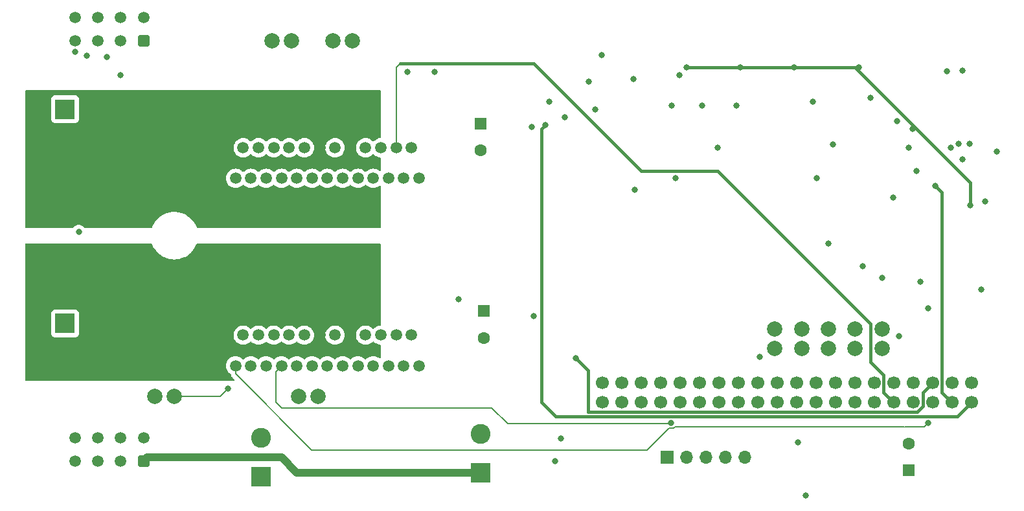
<source format=gbr>
%TF.GenerationSoftware,KiCad,Pcbnew,(6.0.0)*%
%TF.CreationDate,2022-01-20T20:45:04-08:00*%
%TF.ProjectId,dish-controller,64697368-2d63-46f6-9e74-726f6c6c6572,rev?*%
%TF.SameCoordinates,Original*%
%TF.FileFunction,Copper,L2,Inr*%
%TF.FilePolarity,Positive*%
%FSLAX46Y46*%
G04 Gerber Fmt 4.6, Leading zero omitted, Abs format (unit mm)*
G04 Created by KiCad (PCBNEW (6.0.0)) date 2022-01-20 20:45:04*
%MOMM*%
%LPD*%
G01*
G04 APERTURE LIST*
G04 Aperture macros list*
%AMRoundRect*
0 Rectangle with rounded corners*
0 $1 Rounding radius*
0 $2 $3 $4 $5 $6 $7 $8 $9 X,Y pos of 4 corners*
0 Add a 4 corners polygon primitive as box body*
4,1,4,$2,$3,$4,$5,$6,$7,$8,$9,$2,$3,0*
0 Add four circle primitives for the rounded corners*
1,1,$1+$1,$2,$3*
1,1,$1+$1,$4,$5*
1,1,$1+$1,$6,$7*
1,1,$1+$1,$8,$9*
0 Add four rect primitives between the rounded corners*
20,1,$1+$1,$2,$3,$4,$5,0*
20,1,$1+$1,$4,$5,$6,$7,0*
20,1,$1+$1,$6,$7,$8,$9,0*
20,1,$1+$1,$8,$9,$2,$3,0*%
G04 Aperture macros list end*
%TA.AperFunction,ComponentPad*%
%ADD10R,1.700000X1.700000*%
%TD*%
%TA.AperFunction,ComponentPad*%
%ADD11O,1.700000X1.700000*%
%TD*%
%TA.AperFunction,ComponentPad*%
%ADD12C,1.700000*%
%TD*%
%TA.AperFunction,ComponentPad*%
%ADD13C,1.500000*%
%TD*%
%TA.AperFunction,ComponentPad*%
%ADD14R,2.600000X2.600000*%
%TD*%
%TA.AperFunction,ComponentPad*%
%ADD15C,2.600000*%
%TD*%
%TA.AperFunction,ComponentPad*%
%ADD16RoundRect,0.250001X0.499999X0.499999X-0.499999X0.499999X-0.499999X-0.499999X0.499999X-0.499999X0*%
%TD*%
%TA.AperFunction,ComponentPad*%
%ADD17R,1.600000X1.600000*%
%TD*%
%TA.AperFunction,ComponentPad*%
%ADD18C,1.600000*%
%TD*%
%TA.AperFunction,ComponentPad*%
%ADD19C,2.000000*%
%TD*%
%TA.AperFunction,ViaPad*%
%ADD20C,0.800000*%
%TD*%
%TA.AperFunction,Conductor*%
%ADD21C,0.200000*%
%TD*%
%TA.AperFunction,Conductor*%
%ADD22C,0.400000*%
%TD*%
%TA.AperFunction,Conductor*%
%ADD23C,1.000000*%
%TD*%
G04 APERTURE END LIST*
D10*
%TO.N,+5V*%
%TO.C,J7*%
X105425000Y-104000000D03*
D11*
%TO.N,+3V3*%
X107965000Y-104000000D03*
%TO.N,/GPIO_2*%
X110505000Y-104000000D03*
%TO.N,/GPIO_3*%
X113045000Y-104000000D03*
%TO.N,GND*%
X115585000Y-104000000D03*
%TD*%
D12*
%TO.N,+3V3*%
%TO.C,U1*%
X96920000Y-94260000D03*
%TO.N,+5V*%
X96920000Y-96800000D03*
%TO.N,/GPIO_2*%
X99460000Y-94260000D03*
%TO.N,+5V*%
X99460000Y-96800000D03*
%TO.N,/GPIO_3*%
X102000000Y-94260000D03*
%TO.N,GND*%
X102000000Y-96800000D03*
%TO.N,/STB1*%
X104540000Y-94260000D03*
%TO.N,unconnected-(U1-Pad8)*%
X104540000Y-96800000D03*
%TO.N,GND*%
X107080000Y-94260000D03*
%TO.N,Net-(D3-Pad2)*%
X107080000Y-96800000D03*
%TO.N,/STB2*%
X109620000Y-94260000D03*
%TO.N,Net-(D4-Pad2)*%
X109620000Y-96800000D03*
%TO.N,/IN11*%
X112160000Y-94260000D03*
%TO.N,GND*%
X112160000Y-96800000D03*
%TO.N,/IN21*%
X114700000Y-94260000D03*
%TO.N,/EPWM1*%
X114700000Y-96800000D03*
%TO.N,unconnected-(U1-Pad17)*%
X117240000Y-94260000D03*
%TO.N,/EPWM2*%
X117240000Y-96800000D03*
%TO.N,/SDI*%
X119780000Y-94260000D03*
%TO.N,GND*%
X119780000Y-96800000D03*
%TO.N,/SDO*%
X122320000Y-94260000D03*
%TO.N,unconnected-(U1-Pad22)*%
X122320000Y-96800000D03*
%TO.N,/CLK*%
X124860000Y-94260000D03*
%TO.N,/~{CS}1*%
X124860000Y-96800000D03*
%TO.N,GND*%
X127400000Y-94260000D03*
%TO.N,/~{CS}2*%
X127400000Y-96800000D03*
%TO.N,unconnected-(U1-Pad27)*%
X129940000Y-94260000D03*
%TO.N,unconnected-(U1-Pad28)*%
X129940000Y-96800000D03*
%TO.N,/IN12*%
X132480000Y-94260000D03*
%TO.N,GND*%
X132480000Y-96800000D03*
%TO.N,/IN22*%
X135020000Y-94260000D03*
%TO.N,/PWM2*%
X135020000Y-96800000D03*
%TO.N,/A11*%
X137560000Y-94260000D03*
%TO.N,GND*%
X137560000Y-96800000D03*
%TO.N,/A21*%
X140100000Y-94260000D03*
%TO.N,/PWM1*%
X140100000Y-96800000D03*
%TO.N,/A12*%
X142640000Y-94260000D03*
%TO.N,/E_~{EN}*%
X142640000Y-96800000D03*
%TO.N,GND*%
X145180000Y-94260000D03*
%TO.N,/A22*%
X145180000Y-96800000D03*
%TD*%
D13*
%TO.N,/A12*%
%TO.C,U4*%
X49000000Y-67500000D03*
%TO.N,GND*%
X50000000Y-63500000D03*
X51000000Y-67500000D03*
X52000000Y-63500000D03*
X53000000Y-67500000D03*
%TO.N,+12V*%
X54000000Y-63500000D03*
%TO.N,/STB2*%
X55000000Y-67500000D03*
%TO.N,/IN12*%
X56000000Y-63500000D03*
%TO.N,/IN22*%
X57000000Y-67500000D03*
%TO.N,/EL-2*%
X58000000Y-63500000D03*
%TO.N,GND*%
X59000000Y-67500000D03*
%TO.N,/EL-1*%
X60000000Y-63500000D03*
%TO.N,GND*%
X61000000Y-67500000D03*
%TO.N,/EL-2*%
X62000000Y-63500000D03*
%TO.N,GND*%
X63000000Y-67500000D03*
%TO.N,/EL-1*%
X64000000Y-63500000D03*
%TO.N,GND*%
X65000000Y-67500000D03*
X66000000Y-63500000D03*
X67000000Y-67500000D03*
%TO.N,+12V*%
X68000000Y-63500000D03*
%TO.N,GND*%
X69000000Y-67500000D03*
%TO.N,/PWM2*%
X70000000Y-63500000D03*
%TO.N,Net-(R10-Pad2)*%
X71000000Y-67500000D03*
%TO.N,Net-(C5-Pad2)*%
X72000000Y-63500000D03*
%TO.N,/A22*%
X73000000Y-67500000D03*
%TD*%
%TO.N,/A11*%
%TO.C,U3*%
X49000000Y-92000000D03*
%TO.N,GND*%
X50000000Y-88000000D03*
X51000000Y-92000000D03*
X52000000Y-88000000D03*
X53000000Y-92000000D03*
%TO.N,+12V*%
X54000000Y-88000000D03*
%TO.N,/STB1*%
X55000000Y-92000000D03*
%TO.N,/IN11*%
X56000000Y-88000000D03*
%TO.N,/IN21*%
X57000000Y-92000000D03*
%TO.N,/AZ-2*%
X58000000Y-88000000D03*
%TO.N,GND*%
X59000000Y-92000000D03*
%TO.N,/AZ-1*%
X60000000Y-88000000D03*
%TO.N,GND*%
X61000000Y-92000000D03*
%TO.N,/AZ-2*%
X62000000Y-88000000D03*
%TO.N,GND*%
X63000000Y-92000000D03*
%TO.N,/AZ-1*%
X64000000Y-88000000D03*
%TO.N,GND*%
X65000000Y-92000000D03*
X66000000Y-88000000D03*
X67000000Y-92000000D03*
%TO.N,+12V*%
X68000000Y-88000000D03*
%TO.N,GND*%
X69000000Y-92000000D03*
%TO.N,/PWM1*%
X70000000Y-88000000D03*
%TO.N,Net-(R9-Pad2)*%
X71000000Y-92000000D03*
%TO.N,Net-(C4-Pad2)*%
X72000000Y-88000000D03*
%TO.N,/A21*%
X73000000Y-92000000D03*
%TD*%
D14*
%TO.N,/EL-2*%
%TO.C,J6*%
X26700000Y-58460000D03*
D15*
%TO.N,/EL-1*%
X26700000Y-63540000D03*
%TD*%
D14*
%TO.N,/AZ-2*%
%TO.C,J5*%
X26700000Y-86460000D03*
D15*
%TO.N,/AZ-1*%
X26700000Y-91540000D03*
%TD*%
D16*
%TO.N,+5V*%
%TO.C,J4*%
X37000000Y-49500000D03*
D13*
%TO.N,/SDI_OUT*%
X34000000Y-49500000D03*
%TO.N,/SDO_IN1*%
X31000000Y-49500000D03*
%TO.N,/CLK_OUT*%
X28000000Y-49500000D03*
%TO.N,/~{CS}1_OUT*%
X37000000Y-46500000D03*
%TO.N,/EPWM1_IN*%
X34000000Y-46500000D03*
%TO.N,GND*%
X31000000Y-46500000D03*
X28000000Y-46500000D03*
%TD*%
D16*
%TO.N,+5V*%
%TO.C,J3*%
X37000000Y-104460000D03*
D13*
%TO.N,/SDI_OUT*%
X34000000Y-104460000D03*
%TO.N,/SDO_IN2*%
X31000000Y-104460000D03*
%TO.N,/CLK_OUT*%
X28000000Y-104460000D03*
%TO.N,/~{CS}2_OUT*%
X37000000Y-101460000D03*
%TO.N,/EPWM2_IN*%
X34000000Y-101460000D03*
%TO.N,GND*%
X31000000Y-101460000D03*
X28000000Y-101460000D03*
%TD*%
D14*
%TO.N,+5V*%
%TO.C,J2*%
X81000000Y-106000000D03*
D15*
%TO.N,GND*%
X81000000Y-100920000D03*
%TD*%
D14*
%TO.N,+12V*%
%TO.C,J1*%
X52300000Y-106545000D03*
D15*
%TO.N,GND*%
X52300000Y-101465000D03*
%TD*%
D17*
%TO.N,+12V*%
%TO.C,C3*%
X81000000Y-60347349D03*
D18*
%TO.N,GND*%
X81000000Y-63847349D03*
%TD*%
D17*
%TO.N,+5V*%
%TO.C,C2*%
X137000000Y-105652651D03*
D18*
%TO.N,GND*%
X137000000Y-102152651D03*
%TD*%
%TO.N,GND*%
%TO.C,C1*%
X81500000Y-88347349D03*
D17*
%TO.N,+12V*%
X81500000Y-84847349D03*
%TD*%
D19*
%TO.N,/SDI*%
%TO.C,TP3*%
X119500000Y-89770000D03*
X119500000Y-87230000D03*
%TD*%
%TO.N,/IN11*%
%TO.C,TP1*%
X41000000Y-96000000D03*
X38460000Y-96000000D03*
%TD*%
%TO.N,/CLK*%
%TO.C,TP5*%
X126500000Y-89770000D03*
X126500000Y-87230000D03*
%TD*%
%TO.N,/~{CS}1*%
%TO.C,TP8*%
X130000000Y-89770000D03*
X130000000Y-87230000D03*
%TD*%
%TO.N,/IN21*%
%TO.C,TP2*%
X57230000Y-96000000D03*
X59770000Y-96000000D03*
%TD*%
%TO.N,/SDO*%
%TO.C,TP4*%
X123000000Y-89770000D03*
X123000000Y-87230000D03*
%TD*%
%TO.N,/IN22*%
%TO.C,TP7*%
X64270000Y-49500000D03*
X61730000Y-49500000D03*
%TD*%
%TO.N,/IN12*%
%TO.C,TP6*%
X56270000Y-49500000D03*
X53730000Y-49500000D03*
%TD*%
%TO.N,/~{CS}2*%
%TO.C,TP9*%
X133500000Y-89770000D03*
X133500000Y-87230000D03*
%TD*%
D20*
%TO.N,/PWM1*%
X91500000Y-101500000D03*
X88000000Y-85500000D03*
%TO.N,+12V*%
X122500000Y-102000000D03*
%TO.N,/EPWM2*%
X132000000Y-57000000D03*
%TO.N,/EPWM1*%
X124500000Y-57500000D03*
%TO.N,+12V*%
X123500002Y-109000000D03*
%TO.N,GND*%
X138500000Y-81000000D03*
X133500000Y-80500000D03*
X131000000Y-79000000D03*
X126500000Y-76000000D03*
X139500000Y-84500000D03*
X146500000Y-82000000D03*
X101000000Y-54500000D03*
X106000000Y-58000000D03*
X112000000Y-63500000D03*
%TO.N,+5V*%
X145050000Y-71050000D03*
%TO.N,GND*%
X138000000Y-66500000D03*
%TO.N,+5V*%
X137500000Y-61000000D03*
X115000000Y-53000000D03*
X122000000Y-53000000D03*
X130500000Y-53000000D03*
X108000000Y-53000000D03*
%TO.N,/E_~{EN}*%
X140500000Y-68500000D03*
%TO.N,GND*%
X90780634Y-104459297D03*
%TO.N,/A21*%
X93500000Y-91000000D03*
%TO.N,/STB1*%
X105965686Y-99448522D03*
%TO.N,/A11*%
X139500000Y-99500000D03*
%TO.N,GND*%
X127065332Y-63065332D03*
%TO.N,/A22*%
X89500000Y-60500000D03*
%TO.N,GND*%
X90000000Y-57500000D03*
X87684667Y-60815333D03*
%TO.N,Net-(C5-Pad2)*%
X71500000Y-53600990D03*
%TO.N,GND*%
X75000000Y-53600990D03*
%TO.N,/A12*%
X96878053Y-51378053D03*
%TO.N,/STB2*%
X92000000Y-59500000D03*
%TO.N,/IN22*%
X95179745Y-54820255D03*
%TO.N,/IN12*%
X106500000Y-67500000D03*
%TO.N,/IN22*%
X125000000Y-67500000D03*
%TO.N,+3V3*%
X135700500Y-88091783D03*
X117498150Y-90875425D03*
%TO.N,/IN11*%
X48000000Y-95000000D03*
%TO.N,/CLK_OUT*%
X135500000Y-60000000D03*
%TO.N,/SDO_IN1*%
X144000000Y-65000000D03*
%TO.N,/SDO*%
X114500000Y-58000000D03*
X110000000Y-58000000D03*
%TO.N,+3V3*%
X107000000Y-54000000D03*
X96000000Y-58500000D03*
%TO.N,/SDO_IN2*%
X145000000Y-63000000D03*
%TO.N,GND*%
X137000000Y-63500000D03*
X147000000Y-70500000D03*
%TO.N,/EPWM2_IN*%
X148500000Y-64000000D03*
X101200500Y-69000000D03*
X135000000Y-70000000D03*
X34000000Y-54000000D03*
%TO.N,/SDI_OUT*%
X142000000Y-53500000D03*
X142524500Y-63500000D03*
%TO.N,Net-(D3-Pad2)*%
X28000000Y-51000000D03*
%TO.N,Net-(D4-Pad2)*%
X29565332Y-51434668D03*
%TO.N,GND*%
X28500000Y-74500000D03*
%TO.N,/~{CS}1_OUT*%
X144065332Y-53434668D03*
X143500000Y-63000000D03*
%TO.N,/SDO_IN2*%
X32152869Y-51600989D03*
%TO.N,GND*%
X78184667Y-83315333D03*
%TD*%
D21*
%TO.N,/A11*%
X106403452Y-100000000D02*
X136402293Y-100000000D01*
X106255430Y-100148022D02*
X106403452Y-100000000D01*
X105675942Y-100148022D02*
X106255430Y-100148022D01*
X102823964Y-103000000D02*
X105675942Y-100148022D01*
X59000000Y-103000000D02*
X102823964Y-103000000D01*
D22*
%TO.N,/A22*%
X89000479Y-96793154D02*
X89000479Y-60999521D01*
X89000479Y-60999521D02*
X89500000Y-60500000D01*
X90856347Y-98649022D02*
X89000479Y-96793154D01*
X143330978Y-98649022D02*
X90856347Y-98649022D01*
X145180000Y-96800000D02*
X143330978Y-98649022D01*
D21*
%TO.N,/A11*%
X139000000Y-100000000D02*
X139500000Y-99500000D01*
X136500000Y-100000000D02*
X139000000Y-100000000D01*
D22*
%TO.N,/A21*%
X95149531Y-98049511D02*
X95099521Y-97999501D01*
X138850489Y-95509511D02*
X138850489Y-97276587D01*
X138077565Y-98049511D02*
X95149531Y-98049511D01*
X138850489Y-97276587D02*
X138077565Y-98049511D01*
X140100000Y-94260000D02*
X138850489Y-95509511D01*
X95099521Y-97999501D02*
X95099521Y-92599521D01*
X95099521Y-92599521D02*
X93500000Y-91000000D01*
D21*
%TO.N,/STB1*%
X84600489Y-99600489D02*
X105813719Y-99600489D01*
X82500000Y-97500000D02*
X84600489Y-99600489D01*
X54250000Y-96750000D02*
X55000000Y-97500000D01*
X54250000Y-92750000D02*
X54250000Y-96750000D01*
X55000000Y-92000000D02*
X54250000Y-92750000D01*
X55000000Y-97500000D02*
X82500000Y-97500000D01*
X105813719Y-99600489D02*
X105965686Y-99448522D01*
D22*
%TO.N,/PWM2*%
X133729511Y-95509511D02*
X135020000Y-96800000D01*
X132000000Y-86500000D02*
X132000000Y-91500000D01*
X112000000Y-66500000D02*
X132000000Y-86500000D01*
X132000000Y-91500000D02*
X133729511Y-93229511D01*
X133729511Y-93229511D02*
X133729511Y-95509511D01*
X102000000Y-66500000D02*
X112000000Y-66500000D01*
D23*
%TO.N,+5V*%
X37460000Y-104000000D02*
X37000000Y-104460000D01*
X55000000Y-104000000D02*
X37460000Y-104000000D01*
X57000000Y-106000000D02*
X55000000Y-104000000D01*
X81000000Y-106000000D02*
X57000000Y-106000000D01*
D21*
%TO.N,/A11*%
X49000000Y-92000000D02*
X49000000Y-93060660D01*
X49000000Y-93060660D02*
X58939340Y-103000000D01*
D22*
%TO.N,+5V*%
X145050000Y-68050000D02*
X145050000Y-71050000D01*
X137500000Y-60500000D02*
X145050000Y-68050000D01*
X115000000Y-53000000D02*
X108000000Y-53000000D01*
X137500000Y-60500000D02*
X137500000Y-61000000D01*
X130000000Y-53000000D02*
X137500000Y-60500000D01*
X130000000Y-53000000D02*
X130500000Y-53000000D01*
X122000000Y-53000000D02*
X130000000Y-53000000D01*
X115000000Y-53000000D02*
X122000000Y-53000000D01*
%TO.N,/E_~{EN}*%
X141349511Y-95509511D02*
X142640000Y-96800000D01*
X141349511Y-69349511D02*
X141349511Y-95509511D01*
X140500000Y-68500000D02*
X141349511Y-69349511D01*
D21*
%TO.N,/PWM2*%
X70000000Y-53000000D02*
X70500000Y-52500000D01*
X70000000Y-63500000D02*
X70000000Y-53000000D01*
D22*
X88000000Y-52500000D02*
X70500000Y-52500000D01*
X102000000Y-66500000D02*
X88000000Y-52500000D01*
D21*
%TO.N,/IN11*%
X47000000Y-96000000D02*
X41000000Y-96000000D01*
X48000000Y-95000000D02*
X47000000Y-96000000D01*
%TD*%
%TA.AperFunction,Conductor*%
%TO.N,/AZ-1*%
G36*
X38039282Y-76020002D02*
G01*
X38085775Y-76073658D01*
X38089179Y-76081865D01*
X38090043Y-76084176D01*
X38091104Y-76087592D01*
X38232921Y-76409897D01*
X38410313Y-76714076D01*
X38620999Y-76996219D01*
X38623443Y-76998817D01*
X38623448Y-76998823D01*
X38859820Y-77250093D01*
X38862270Y-77252697D01*
X38864999Y-77255007D01*
X39054652Y-77415560D01*
X39131024Y-77480214D01*
X39423807Y-77675845D01*
X39426989Y-77677484D01*
X39426991Y-77677485D01*
X39733670Y-77835436D01*
X39733675Y-77835438D01*
X39736853Y-77837075D01*
X39740194Y-77838341D01*
X39740199Y-77838343D01*
X39971696Y-77926049D01*
X40066139Y-77961830D01*
X40069603Y-77962710D01*
X40069607Y-77962711D01*
X40403963Y-78047627D01*
X40403971Y-78047629D01*
X40407430Y-78048507D01*
X40579152Y-78071878D01*
X40753347Y-78095585D01*
X40753354Y-78095586D01*
X40756340Y-78095992D01*
X40871081Y-78100500D01*
X41089198Y-78100500D01*
X41230756Y-78092462D01*
X41347992Y-78085805D01*
X41347999Y-78085804D01*
X41351560Y-78085602D01*
X41489883Y-78061834D01*
X41695082Y-78026575D01*
X41695090Y-78026573D01*
X41698600Y-78025970D01*
X41702025Y-78024972D01*
X41702028Y-78024971D01*
X42033221Y-77928436D01*
X42036659Y-77927434D01*
X42361390Y-77791263D01*
X42564556Y-77677485D01*
X42665502Y-77620953D01*
X42665507Y-77620950D01*
X42668619Y-77619207D01*
X42671515Y-77617122D01*
X42671520Y-77617119D01*
X42818239Y-77511496D01*
X42954395Y-77413477D01*
X43128858Y-77255007D01*
X43212405Y-77179118D01*
X43212406Y-77179117D01*
X43215046Y-77176719D01*
X43447219Y-76911977D01*
X43647929Y-76622653D01*
X43814598Y-76312468D01*
X43815925Y-76309142D01*
X43907619Y-76079310D01*
X43951440Y-76023450D01*
X44024649Y-76000000D01*
X67874000Y-76000000D01*
X67942121Y-76020002D01*
X67988614Y-76073658D01*
X68000000Y-76126000D01*
X68000000Y-86621235D01*
X67979998Y-86689356D01*
X67926342Y-86735849D01*
X67884983Y-86746755D01*
X67780629Y-86755885D01*
X67567924Y-86812880D01*
X67474562Y-86856415D01*
X67373334Y-86903618D01*
X67373329Y-86903621D01*
X67368347Y-86905944D01*
X67363840Y-86909100D01*
X67363838Y-86909101D01*
X67192473Y-87029092D01*
X67192470Y-87029094D01*
X67187962Y-87032251D01*
X67089095Y-87131118D01*
X67026783Y-87165144D01*
X66955968Y-87160079D01*
X66910905Y-87131118D01*
X66812038Y-87032251D01*
X66631654Y-86905944D01*
X66432076Y-86812880D01*
X66219371Y-86755885D01*
X66000000Y-86736693D01*
X65780629Y-86755885D01*
X65567924Y-86812880D01*
X65474562Y-86856415D01*
X65373334Y-86903618D01*
X65373329Y-86903621D01*
X65368347Y-86905944D01*
X65363840Y-86909100D01*
X65363838Y-86909101D01*
X65192473Y-87029092D01*
X65192470Y-87029094D01*
X65187962Y-87032251D01*
X65032251Y-87187962D01*
X64905944Y-87368347D01*
X64903621Y-87373329D01*
X64903618Y-87373334D01*
X64856415Y-87474562D01*
X64812880Y-87567924D01*
X64755885Y-87780629D01*
X64736693Y-88000000D01*
X64755885Y-88219371D01*
X64812880Y-88432076D01*
X64815205Y-88437061D01*
X64903618Y-88626666D01*
X64903621Y-88626671D01*
X64905944Y-88631653D01*
X65032251Y-88812038D01*
X65187962Y-88967749D01*
X65368346Y-89094056D01*
X65567924Y-89187120D01*
X65780629Y-89244115D01*
X66000000Y-89263307D01*
X66219371Y-89244115D01*
X66432076Y-89187120D01*
X66631654Y-89094056D01*
X66812038Y-88967749D01*
X66910905Y-88868882D01*
X66973217Y-88834856D01*
X67044032Y-88839921D01*
X67089095Y-88868882D01*
X67187962Y-88967749D01*
X67368346Y-89094056D01*
X67567924Y-89187120D01*
X67780629Y-89244115D01*
X67884982Y-89253245D01*
X67951099Y-89279107D01*
X67992739Y-89336610D01*
X68000000Y-89378765D01*
X68000000Y-90921820D01*
X67979998Y-90989941D01*
X67926342Y-91036434D01*
X67856068Y-91046538D01*
X67801731Y-91025034D01*
X67631654Y-90905944D01*
X67432076Y-90812880D01*
X67219371Y-90755885D01*
X67000000Y-90736693D01*
X66780629Y-90755885D01*
X66567924Y-90812880D01*
X66474562Y-90856415D01*
X66373334Y-90903618D01*
X66373329Y-90903621D01*
X66368347Y-90905944D01*
X66363840Y-90909100D01*
X66363838Y-90909101D01*
X66192473Y-91029092D01*
X66192470Y-91029094D01*
X66187962Y-91032251D01*
X66089095Y-91131118D01*
X66026783Y-91165144D01*
X65955968Y-91160079D01*
X65910905Y-91131118D01*
X65812038Y-91032251D01*
X65751614Y-90989941D01*
X65654327Y-90921820D01*
X65631654Y-90905944D01*
X65432076Y-90812880D01*
X65219371Y-90755885D01*
X65000000Y-90736693D01*
X64780629Y-90755885D01*
X64567924Y-90812880D01*
X64474562Y-90856415D01*
X64373334Y-90903618D01*
X64373329Y-90903621D01*
X64368347Y-90905944D01*
X64363840Y-90909100D01*
X64363838Y-90909101D01*
X64192473Y-91029092D01*
X64192470Y-91029094D01*
X64187962Y-91032251D01*
X64089095Y-91131118D01*
X64026783Y-91165144D01*
X63955968Y-91160079D01*
X63910905Y-91131118D01*
X63812038Y-91032251D01*
X63751614Y-90989941D01*
X63654327Y-90921820D01*
X63631654Y-90905944D01*
X63432076Y-90812880D01*
X63219371Y-90755885D01*
X63000000Y-90736693D01*
X62780629Y-90755885D01*
X62567924Y-90812880D01*
X62474562Y-90856415D01*
X62373334Y-90903618D01*
X62373329Y-90903621D01*
X62368347Y-90905944D01*
X62363840Y-90909100D01*
X62363838Y-90909101D01*
X62192473Y-91029092D01*
X62192470Y-91029094D01*
X62187962Y-91032251D01*
X62089095Y-91131118D01*
X62026783Y-91165144D01*
X61955968Y-91160079D01*
X61910905Y-91131118D01*
X61812038Y-91032251D01*
X61751614Y-90989941D01*
X61654327Y-90921820D01*
X61631654Y-90905944D01*
X61432076Y-90812880D01*
X61219371Y-90755885D01*
X61000000Y-90736693D01*
X60780629Y-90755885D01*
X60567924Y-90812880D01*
X60474562Y-90856415D01*
X60373334Y-90903618D01*
X60373329Y-90903621D01*
X60368347Y-90905944D01*
X60363840Y-90909100D01*
X60363838Y-90909101D01*
X60192473Y-91029092D01*
X60192470Y-91029094D01*
X60187962Y-91032251D01*
X60089095Y-91131118D01*
X60026783Y-91165144D01*
X59955968Y-91160079D01*
X59910905Y-91131118D01*
X59812038Y-91032251D01*
X59751614Y-90989941D01*
X59654327Y-90921820D01*
X59631654Y-90905944D01*
X59432076Y-90812880D01*
X59219371Y-90755885D01*
X59000000Y-90736693D01*
X58780629Y-90755885D01*
X58567924Y-90812880D01*
X58474562Y-90856415D01*
X58373334Y-90903618D01*
X58373329Y-90903621D01*
X58368347Y-90905944D01*
X58363840Y-90909100D01*
X58363838Y-90909101D01*
X58192473Y-91029092D01*
X58192470Y-91029094D01*
X58187962Y-91032251D01*
X58089095Y-91131118D01*
X58026783Y-91165144D01*
X57955968Y-91160079D01*
X57910905Y-91131118D01*
X57812038Y-91032251D01*
X57751614Y-90989941D01*
X57654327Y-90921820D01*
X57631654Y-90905944D01*
X57432076Y-90812880D01*
X57219371Y-90755885D01*
X57000000Y-90736693D01*
X56780629Y-90755885D01*
X56567924Y-90812880D01*
X56474562Y-90856415D01*
X56373334Y-90903618D01*
X56373329Y-90903621D01*
X56368347Y-90905944D01*
X56363840Y-90909100D01*
X56363838Y-90909101D01*
X56192473Y-91029092D01*
X56192470Y-91029094D01*
X56187962Y-91032251D01*
X56089095Y-91131118D01*
X56026783Y-91165144D01*
X55955968Y-91160079D01*
X55910905Y-91131118D01*
X55812038Y-91032251D01*
X55751614Y-90989941D01*
X55654327Y-90921820D01*
X55631654Y-90905944D01*
X55432076Y-90812880D01*
X55219371Y-90755885D01*
X55000000Y-90736693D01*
X54780629Y-90755885D01*
X54567924Y-90812880D01*
X54474562Y-90856415D01*
X54373334Y-90903618D01*
X54373329Y-90903621D01*
X54368347Y-90905944D01*
X54363840Y-90909100D01*
X54363838Y-90909101D01*
X54192473Y-91029092D01*
X54192470Y-91029094D01*
X54187962Y-91032251D01*
X54089095Y-91131118D01*
X54026783Y-91165144D01*
X53955968Y-91160079D01*
X53910905Y-91131118D01*
X53812038Y-91032251D01*
X53751614Y-90989941D01*
X53654327Y-90921820D01*
X53631654Y-90905944D01*
X53432076Y-90812880D01*
X53219371Y-90755885D01*
X53000000Y-90736693D01*
X52780629Y-90755885D01*
X52567924Y-90812880D01*
X52474562Y-90856415D01*
X52373334Y-90903618D01*
X52373329Y-90903621D01*
X52368347Y-90905944D01*
X52363840Y-90909100D01*
X52363838Y-90909101D01*
X52192473Y-91029092D01*
X52192470Y-91029094D01*
X52187962Y-91032251D01*
X52089095Y-91131118D01*
X52026783Y-91165144D01*
X51955968Y-91160079D01*
X51910905Y-91131118D01*
X51812038Y-91032251D01*
X51751614Y-90989941D01*
X51654327Y-90921820D01*
X51631654Y-90905944D01*
X51432076Y-90812880D01*
X51219371Y-90755885D01*
X51000000Y-90736693D01*
X50780629Y-90755885D01*
X50567924Y-90812880D01*
X50474562Y-90856415D01*
X50373334Y-90903618D01*
X50373329Y-90903621D01*
X50368347Y-90905944D01*
X50363840Y-90909100D01*
X50363838Y-90909101D01*
X50192473Y-91029092D01*
X50192470Y-91029094D01*
X50187962Y-91032251D01*
X50089095Y-91131118D01*
X50026783Y-91165144D01*
X49955968Y-91160079D01*
X49910905Y-91131118D01*
X49812038Y-91032251D01*
X49751614Y-90989941D01*
X49654327Y-90921820D01*
X49631654Y-90905944D01*
X49432076Y-90812880D01*
X49219371Y-90755885D01*
X49000000Y-90736693D01*
X48780629Y-90755885D01*
X48567924Y-90812880D01*
X48474562Y-90856415D01*
X48373334Y-90903618D01*
X48373329Y-90903621D01*
X48368347Y-90905944D01*
X48363840Y-90909100D01*
X48363838Y-90909101D01*
X48192473Y-91029092D01*
X48192470Y-91029094D01*
X48187962Y-91032251D01*
X48032251Y-91187962D01*
X47905944Y-91368347D01*
X47903621Y-91373329D01*
X47903618Y-91373334D01*
X47856415Y-91474562D01*
X47812880Y-91567924D01*
X47755885Y-91780629D01*
X47736693Y-92000000D01*
X47755885Y-92219371D01*
X47812880Y-92432076D01*
X47815205Y-92437061D01*
X47903618Y-92626666D01*
X47903621Y-92626671D01*
X47905944Y-92631653D01*
X48032251Y-92812038D01*
X48187962Y-92967749D01*
X48192471Y-92970906D01*
X48192473Y-92970908D01*
X48347495Y-93079456D01*
X48391823Y-93134913D01*
X48400146Y-93166220D01*
X48402485Y-93183987D01*
X48407162Y-93219511D01*
X48468476Y-93367536D01*
X48473503Y-93374087D01*
X48473504Y-93374089D01*
X48541520Y-93462729D01*
X48541526Y-93462735D01*
X48566013Y-93494647D01*
X48572568Y-93499677D01*
X48591379Y-93514112D01*
X48603770Y-93524979D01*
X48863696Y-93784905D01*
X48897722Y-93847217D01*
X48892657Y-93918032D01*
X48850110Y-93974868D01*
X48783590Y-93999679D01*
X48774601Y-94000000D01*
X21626000Y-94000000D01*
X21557879Y-93979998D01*
X21511386Y-93926342D01*
X21500000Y-93874000D01*
X21500000Y-87808134D01*
X24891500Y-87808134D01*
X24898255Y-87870316D01*
X24949385Y-88006705D01*
X25036739Y-88123261D01*
X25153295Y-88210615D01*
X25289684Y-88261745D01*
X25351866Y-88268500D01*
X28048134Y-88268500D01*
X28110316Y-88261745D01*
X28246705Y-88210615D01*
X28363261Y-88123261D01*
X28450615Y-88006705D01*
X28453129Y-88000000D01*
X48736693Y-88000000D01*
X48755885Y-88219371D01*
X48812880Y-88432076D01*
X48815205Y-88437061D01*
X48903618Y-88626666D01*
X48903621Y-88626671D01*
X48905944Y-88631653D01*
X49032251Y-88812038D01*
X49187962Y-88967749D01*
X49368346Y-89094056D01*
X49567924Y-89187120D01*
X49780629Y-89244115D01*
X50000000Y-89263307D01*
X50219371Y-89244115D01*
X50432076Y-89187120D01*
X50631654Y-89094056D01*
X50812038Y-88967749D01*
X50910905Y-88868882D01*
X50973217Y-88834856D01*
X51044032Y-88839921D01*
X51089095Y-88868882D01*
X51187962Y-88967749D01*
X51368346Y-89094056D01*
X51567924Y-89187120D01*
X51780629Y-89244115D01*
X52000000Y-89263307D01*
X52219371Y-89244115D01*
X52432076Y-89187120D01*
X52631654Y-89094056D01*
X52812038Y-88967749D01*
X52910905Y-88868882D01*
X52973217Y-88834856D01*
X53044032Y-88839921D01*
X53089095Y-88868882D01*
X53187962Y-88967749D01*
X53368346Y-89094056D01*
X53567924Y-89187120D01*
X53780629Y-89244115D01*
X54000000Y-89263307D01*
X54219371Y-89244115D01*
X54432076Y-89187120D01*
X54631654Y-89094056D01*
X54812038Y-88967749D01*
X54910905Y-88868882D01*
X54973217Y-88834856D01*
X55044032Y-88839921D01*
X55089095Y-88868882D01*
X55187962Y-88967749D01*
X55368346Y-89094056D01*
X55567924Y-89187120D01*
X55780629Y-89244115D01*
X56000000Y-89263307D01*
X56219371Y-89244115D01*
X56432076Y-89187120D01*
X56631654Y-89094056D01*
X56812038Y-88967749D01*
X56910905Y-88868882D01*
X56973217Y-88834856D01*
X57044032Y-88839921D01*
X57089095Y-88868882D01*
X57187962Y-88967749D01*
X57368346Y-89094056D01*
X57567924Y-89187120D01*
X57780629Y-89244115D01*
X58000000Y-89263307D01*
X58219371Y-89244115D01*
X58432076Y-89187120D01*
X58631654Y-89094056D01*
X58812038Y-88967749D01*
X58967749Y-88812038D01*
X59094056Y-88631653D01*
X59096379Y-88626671D01*
X59096382Y-88626666D01*
X59184795Y-88437061D01*
X59187120Y-88432076D01*
X59244115Y-88219371D01*
X59263307Y-88000000D01*
X60736693Y-88000000D01*
X60755885Y-88219371D01*
X60812880Y-88432076D01*
X60815205Y-88437061D01*
X60903618Y-88626666D01*
X60903621Y-88626671D01*
X60905944Y-88631653D01*
X61032251Y-88812038D01*
X61187962Y-88967749D01*
X61368346Y-89094056D01*
X61567924Y-89187120D01*
X61780629Y-89244115D01*
X62000000Y-89263307D01*
X62219371Y-89244115D01*
X62432076Y-89187120D01*
X62631654Y-89094056D01*
X62812038Y-88967749D01*
X62967749Y-88812038D01*
X63094056Y-88631653D01*
X63096379Y-88626671D01*
X63096382Y-88626666D01*
X63184795Y-88437061D01*
X63187120Y-88432076D01*
X63244115Y-88219371D01*
X63263307Y-88000000D01*
X63244115Y-87780629D01*
X63187120Y-87567924D01*
X63143585Y-87474562D01*
X63096382Y-87373334D01*
X63096379Y-87373329D01*
X63094056Y-87368347D01*
X62967749Y-87187962D01*
X62812038Y-87032251D01*
X62631654Y-86905944D01*
X62432076Y-86812880D01*
X62219371Y-86755885D01*
X62000000Y-86736693D01*
X61780629Y-86755885D01*
X61567924Y-86812880D01*
X61474562Y-86856415D01*
X61373334Y-86903618D01*
X61373329Y-86903621D01*
X61368347Y-86905944D01*
X61363840Y-86909100D01*
X61363838Y-86909101D01*
X61192473Y-87029092D01*
X61192470Y-87029094D01*
X61187962Y-87032251D01*
X61032251Y-87187962D01*
X60905944Y-87368347D01*
X60903621Y-87373329D01*
X60903618Y-87373334D01*
X60856415Y-87474562D01*
X60812880Y-87567924D01*
X60755885Y-87780629D01*
X60736693Y-88000000D01*
X59263307Y-88000000D01*
X59244115Y-87780629D01*
X59187120Y-87567924D01*
X59143585Y-87474562D01*
X59096382Y-87373334D01*
X59096379Y-87373329D01*
X59094056Y-87368347D01*
X58967749Y-87187962D01*
X58812038Y-87032251D01*
X58631654Y-86905944D01*
X58432076Y-86812880D01*
X58219371Y-86755885D01*
X58000000Y-86736693D01*
X57780629Y-86755885D01*
X57567924Y-86812880D01*
X57474562Y-86856415D01*
X57373334Y-86903618D01*
X57373329Y-86903621D01*
X57368347Y-86905944D01*
X57363840Y-86909100D01*
X57363838Y-86909101D01*
X57192473Y-87029092D01*
X57192470Y-87029094D01*
X57187962Y-87032251D01*
X57089095Y-87131118D01*
X57026783Y-87165144D01*
X56955968Y-87160079D01*
X56910905Y-87131118D01*
X56812038Y-87032251D01*
X56631654Y-86905944D01*
X56432076Y-86812880D01*
X56219371Y-86755885D01*
X56000000Y-86736693D01*
X55780629Y-86755885D01*
X55567924Y-86812880D01*
X55474562Y-86856415D01*
X55373334Y-86903618D01*
X55373329Y-86903621D01*
X55368347Y-86905944D01*
X55363840Y-86909100D01*
X55363838Y-86909101D01*
X55192473Y-87029092D01*
X55192470Y-87029094D01*
X55187962Y-87032251D01*
X55089095Y-87131118D01*
X55026783Y-87165144D01*
X54955968Y-87160079D01*
X54910905Y-87131118D01*
X54812038Y-87032251D01*
X54631654Y-86905944D01*
X54432076Y-86812880D01*
X54219371Y-86755885D01*
X54000000Y-86736693D01*
X53780629Y-86755885D01*
X53567924Y-86812880D01*
X53474562Y-86856415D01*
X53373334Y-86903618D01*
X53373329Y-86903621D01*
X53368347Y-86905944D01*
X53363840Y-86909100D01*
X53363838Y-86909101D01*
X53192473Y-87029092D01*
X53192470Y-87029094D01*
X53187962Y-87032251D01*
X53089095Y-87131118D01*
X53026783Y-87165144D01*
X52955968Y-87160079D01*
X52910905Y-87131118D01*
X52812038Y-87032251D01*
X52631654Y-86905944D01*
X52432076Y-86812880D01*
X52219371Y-86755885D01*
X52000000Y-86736693D01*
X51780629Y-86755885D01*
X51567924Y-86812880D01*
X51474562Y-86856415D01*
X51373334Y-86903618D01*
X51373329Y-86903621D01*
X51368347Y-86905944D01*
X51363840Y-86909100D01*
X51363838Y-86909101D01*
X51192473Y-87029092D01*
X51192470Y-87029094D01*
X51187962Y-87032251D01*
X51089095Y-87131118D01*
X51026783Y-87165144D01*
X50955968Y-87160079D01*
X50910905Y-87131118D01*
X50812038Y-87032251D01*
X50631654Y-86905944D01*
X50432076Y-86812880D01*
X50219371Y-86755885D01*
X50000000Y-86736693D01*
X49780629Y-86755885D01*
X49567924Y-86812880D01*
X49474562Y-86856415D01*
X49373334Y-86903618D01*
X49373329Y-86903621D01*
X49368347Y-86905944D01*
X49363840Y-86909100D01*
X49363838Y-86909101D01*
X49192473Y-87029092D01*
X49192470Y-87029094D01*
X49187962Y-87032251D01*
X49032251Y-87187962D01*
X48905944Y-87368347D01*
X48903621Y-87373329D01*
X48903618Y-87373334D01*
X48856415Y-87474562D01*
X48812880Y-87567924D01*
X48755885Y-87780629D01*
X48736693Y-88000000D01*
X28453129Y-88000000D01*
X28501745Y-87870316D01*
X28508500Y-87808134D01*
X28508500Y-85111866D01*
X28501745Y-85049684D01*
X28450615Y-84913295D01*
X28363261Y-84796739D01*
X28246705Y-84709385D01*
X28110316Y-84658255D01*
X28048134Y-84651500D01*
X25351866Y-84651500D01*
X25289684Y-84658255D01*
X25153295Y-84709385D01*
X25036739Y-84796739D01*
X24949385Y-84913295D01*
X24898255Y-85049684D01*
X24891500Y-85111866D01*
X24891500Y-87808134D01*
X21500000Y-87808134D01*
X21500000Y-76126000D01*
X21520002Y-76057879D01*
X21573658Y-76011386D01*
X21626000Y-76000000D01*
X37971161Y-76000000D01*
X38039282Y-76020002D01*
G37*
%TD.AperFunction*%
%TD*%
%TA.AperFunction,Conductor*%
%TO.N,/EL-1*%
G36*
X67942121Y-56020002D02*
G01*
X67988614Y-56073658D01*
X68000000Y-56126000D01*
X68000000Y-62121235D01*
X67979998Y-62189356D01*
X67926342Y-62235849D01*
X67884983Y-62246755D01*
X67780629Y-62255885D01*
X67567924Y-62312880D01*
X67474562Y-62356415D01*
X67373334Y-62403618D01*
X67373329Y-62403621D01*
X67368347Y-62405944D01*
X67363840Y-62409100D01*
X67363838Y-62409101D01*
X67192473Y-62529092D01*
X67192470Y-62529094D01*
X67187962Y-62532251D01*
X67089095Y-62631118D01*
X67026783Y-62665144D01*
X66955968Y-62660079D01*
X66910905Y-62631118D01*
X66812038Y-62532251D01*
X66631654Y-62405944D01*
X66432076Y-62312880D01*
X66219371Y-62255885D01*
X66000000Y-62236693D01*
X65780629Y-62255885D01*
X65567924Y-62312880D01*
X65474562Y-62356415D01*
X65373334Y-62403618D01*
X65373329Y-62403621D01*
X65368347Y-62405944D01*
X65363840Y-62409100D01*
X65363838Y-62409101D01*
X65192473Y-62529092D01*
X65192470Y-62529094D01*
X65187962Y-62532251D01*
X65032251Y-62687962D01*
X64905944Y-62868347D01*
X64903621Y-62873329D01*
X64903618Y-62873334D01*
X64856415Y-62974562D01*
X64812880Y-63067924D01*
X64755885Y-63280629D01*
X64736693Y-63500000D01*
X64755885Y-63719371D01*
X64812880Y-63932076D01*
X64815205Y-63937061D01*
X64903618Y-64126666D01*
X64903621Y-64126671D01*
X64905944Y-64131653D01*
X65032251Y-64312038D01*
X65187962Y-64467749D01*
X65368346Y-64594056D01*
X65567924Y-64687120D01*
X65780629Y-64744115D01*
X66000000Y-64763307D01*
X66219371Y-64744115D01*
X66432076Y-64687120D01*
X66631654Y-64594056D01*
X66812038Y-64467749D01*
X66910905Y-64368882D01*
X66973217Y-64334856D01*
X67044032Y-64339921D01*
X67089095Y-64368882D01*
X67187962Y-64467749D01*
X67368346Y-64594056D01*
X67567924Y-64687120D01*
X67780629Y-64744115D01*
X67884982Y-64753245D01*
X67951099Y-64779107D01*
X67992739Y-64836610D01*
X68000000Y-64878765D01*
X68000000Y-66421820D01*
X67979998Y-66489941D01*
X67926342Y-66536434D01*
X67856068Y-66546538D01*
X67801731Y-66525034D01*
X67631654Y-66405944D01*
X67432076Y-66312880D01*
X67219371Y-66255885D01*
X67000000Y-66236693D01*
X66780629Y-66255885D01*
X66567924Y-66312880D01*
X66474562Y-66356415D01*
X66373334Y-66403618D01*
X66373329Y-66403621D01*
X66368347Y-66405944D01*
X66363840Y-66409100D01*
X66363838Y-66409101D01*
X66192473Y-66529092D01*
X66192470Y-66529094D01*
X66187962Y-66532251D01*
X66089095Y-66631118D01*
X66026783Y-66665144D01*
X65955968Y-66660079D01*
X65910905Y-66631118D01*
X65812038Y-66532251D01*
X65751614Y-66489941D01*
X65654327Y-66421820D01*
X65631654Y-66405944D01*
X65432076Y-66312880D01*
X65219371Y-66255885D01*
X65000000Y-66236693D01*
X64780629Y-66255885D01*
X64567924Y-66312880D01*
X64474562Y-66356415D01*
X64373334Y-66403618D01*
X64373329Y-66403621D01*
X64368347Y-66405944D01*
X64363840Y-66409100D01*
X64363838Y-66409101D01*
X64192473Y-66529092D01*
X64192470Y-66529094D01*
X64187962Y-66532251D01*
X64089095Y-66631118D01*
X64026783Y-66665144D01*
X63955968Y-66660079D01*
X63910905Y-66631118D01*
X63812038Y-66532251D01*
X63751614Y-66489941D01*
X63654327Y-66421820D01*
X63631654Y-66405944D01*
X63432076Y-66312880D01*
X63219371Y-66255885D01*
X63000000Y-66236693D01*
X62780629Y-66255885D01*
X62567924Y-66312880D01*
X62474562Y-66356415D01*
X62373334Y-66403618D01*
X62373329Y-66403621D01*
X62368347Y-66405944D01*
X62363840Y-66409100D01*
X62363838Y-66409101D01*
X62192473Y-66529092D01*
X62192470Y-66529094D01*
X62187962Y-66532251D01*
X62089095Y-66631118D01*
X62026783Y-66665144D01*
X61955968Y-66660079D01*
X61910905Y-66631118D01*
X61812038Y-66532251D01*
X61751614Y-66489941D01*
X61654327Y-66421820D01*
X61631654Y-66405944D01*
X61432076Y-66312880D01*
X61219371Y-66255885D01*
X61000000Y-66236693D01*
X60780629Y-66255885D01*
X60567924Y-66312880D01*
X60474562Y-66356415D01*
X60373334Y-66403618D01*
X60373329Y-66403621D01*
X60368347Y-66405944D01*
X60363840Y-66409100D01*
X60363838Y-66409101D01*
X60192473Y-66529092D01*
X60192470Y-66529094D01*
X60187962Y-66532251D01*
X60089095Y-66631118D01*
X60026783Y-66665144D01*
X59955968Y-66660079D01*
X59910905Y-66631118D01*
X59812038Y-66532251D01*
X59751614Y-66489941D01*
X59654327Y-66421820D01*
X59631654Y-66405944D01*
X59432076Y-66312880D01*
X59219371Y-66255885D01*
X59000000Y-66236693D01*
X58780629Y-66255885D01*
X58567924Y-66312880D01*
X58474562Y-66356415D01*
X58373334Y-66403618D01*
X58373329Y-66403621D01*
X58368347Y-66405944D01*
X58363840Y-66409100D01*
X58363838Y-66409101D01*
X58192473Y-66529092D01*
X58192470Y-66529094D01*
X58187962Y-66532251D01*
X58089095Y-66631118D01*
X58026783Y-66665144D01*
X57955968Y-66660079D01*
X57910905Y-66631118D01*
X57812038Y-66532251D01*
X57751614Y-66489941D01*
X57654327Y-66421820D01*
X57631654Y-66405944D01*
X57432076Y-66312880D01*
X57219371Y-66255885D01*
X57000000Y-66236693D01*
X56780629Y-66255885D01*
X56567924Y-66312880D01*
X56474562Y-66356415D01*
X56373334Y-66403618D01*
X56373329Y-66403621D01*
X56368347Y-66405944D01*
X56363840Y-66409100D01*
X56363838Y-66409101D01*
X56192473Y-66529092D01*
X56192470Y-66529094D01*
X56187962Y-66532251D01*
X56089095Y-66631118D01*
X56026783Y-66665144D01*
X55955968Y-66660079D01*
X55910905Y-66631118D01*
X55812038Y-66532251D01*
X55751614Y-66489941D01*
X55654327Y-66421820D01*
X55631654Y-66405944D01*
X55432076Y-66312880D01*
X55219371Y-66255885D01*
X55000000Y-66236693D01*
X54780629Y-66255885D01*
X54567924Y-66312880D01*
X54474562Y-66356415D01*
X54373334Y-66403618D01*
X54373329Y-66403621D01*
X54368347Y-66405944D01*
X54363840Y-66409100D01*
X54363838Y-66409101D01*
X54192473Y-66529092D01*
X54192470Y-66529094D01*
X54187962Y-66532251D01*
X54089095Y-66631118D01*
X54026783Y-66665144D01*
X53955968Y-66660079D01*
X53910905Y-66631118D01*
X53812038Y-66532251D01*
X53751614Y-66489941D01*
X53654327Y-66421820D01*
X53631654Y-66405944D01*
X53432076Y-66312880D01*
X53219371Y-66255885D01*
X53000000Y-66236693D01*
X52780629Y-66255885D01*
X52567924Y-66312880D01*
X52474562Y-66356415D01*
X52373334Y-66403618D01*
X52373329Y-66403621D01*
X52368347Y-66405944D01*
X52363840Y-66409100D01*
X52363838Y-66409101D01*
X52192473Y-66529092D01*
X52192470Y-66529094D01*
X52187962Y-66532251D01*
X52089095Y-66631118D01*
X52026783Y-66665144D01*
X51955968Y-66660079D01*
X51910905Y-66631118D01*
X51812038Y-66532251D01*
X51751614Y-66489941D01*
X51654327Y-66421820D01*
X51631654Y-66405944D01*
X51432076Y-66312880D01*
X51219371Y-66255885D01*
X51000000Y-66236693D01*
X50780629Y-66255885D01*
X50567924Y-66312880D01*
X50474562Y-66356415D01*
X50373334Y-66403618D01*
X50373329Y-66403621D01*
X50368347Y-66405944D01*
X50363840Y-66409100D01*
X50363838Y-66409101D01*
X50192473Y-66529092D01*
X50192470Y-66529094D01*
X50187962Y-66532251D01*
X50089095Y-66631118D01*
X50026783Y-66665144D01*
X49955968Y-66660079D01*
X49910905Y-66631118D01*
X49812038Y-66532251D01*
X49751614Y-66489941D01*
X49654327Y-66421820D01*
X49631654Y-66405944D01*
X49432076Y-66312880D01*
X49219371Y-66255885D01*
X49000000Y-66236693D01*
X48780629Y-66255885D01*
X48567924Y-66312880D01*
X48474562Y-66356415D01*
X48373334Y-66403618D01*
X48373329Y-66403621D01*
X48368347Y-66405944D01*
X48363840Y-66409100D01*
X48363838Y-66409101D01*
X48192473Y-66529092D01*
X48192470Y-66529094D01*
X48187962Y-66532251D01*
X48032251Y-66687962D01*
X47905944Y-66868347D01*
X47903621Y-66873329D01*
X47903618Y-66873334D01*
X47856415Y-66974562D01*
X47812880Y-67067924D01*
X47755885Y-67280629D01*
X47736693Y-67500000D01*
X47755885Y-67719371D01*
X47812880Y-67932076D01*
X47815205Y-67937061D01*
X47903618Y-68126666D01*
X47903621Y-68126671D01*
X47905944Y-68131653D01*
X48032251Y-68312038D01*
X48187962Y-68467749D01*
X48368346Y-68594056D01*
X48567924Y-68687120D01*
X48780629Y-68744115D01*
X49000000Y-68763307D01*
X49219371Y-68744115D01*
X49432076Y-68687120D01*
X49631654Y-68594056D01*
X49812038Y-68467749D01*
X49910905Y-68368882D01*
X49973217Y-68334856D01*
X50044032Y-68339921D01*
X50089095Y-68368882D01*
X50187962Y-68467749D01*
X50368346Y-68594056D01*
X50567924Y-68687120D01*
X50780629Y-68744115D01*
X51000000Y-68763307D01*
X51219371Y-68744115D01*
X51432076Y-68687120D01*
X51631654Y-68594056D01*
X51812038Y-68467749D01*
X51910905Y-68368882D01*
X51973217Y-68334856D01*
X52044032Y-68339921D01*
X52089095Y-68368882D01*
X52187962Y-68467749D01*
X52368346Y-68594056D01*
X52567924Y-68687120D01*
X52780629Y-68744115D01*
X53000000Y-68763307D01*
X53219371Y-68744115D01*
X53432076Y-68687120D01*
X53631654Y-68594056D01*
X53812038Y-68467749D01*
X53910905Y-68368882D01*
X53973217Y-68334856D01*
X54044032Y-68339921D01*
X54089095Y-68368882D01*
X54187962Y-68467749D01*
X54368346Y-68594056D01*
X54567924Y-68687120D01*
X54780629Y-68744115D01*
X55000000Y-68763307D01*
X55219371Y-68744115D01*
X55432076Y-68687120D01*
X55631654Y-68594056D01*
X55812038Y-68467749D01*
X55910905Y-68368882D01*
X55973217Y-68334856D01*
X56044032Y-68339921D01*
X56089095Y-68368882D01*
X56187962Y-68467749D01*
X56368346Y-68594056D01*
X56567924Y-68687120D01*
X56780629Y-68744115D01*
X57000000Y-68763307D01*
X57219371Y-68744115D01*
X57432076Y-68687120D01*
X57631654Y-68594056D01*
X57812038Y-68467749D01*
X57910905Y-68368882D01*
X57973217Y-68334856D01*
X58044032Y-68339921D01*
X58089095Y-68368882D01*
X58187962Y-68467749D01*
X58368346Y-68594056D01*
X58567924Y-68687120D01*
X58780629Y-68744115D01*
X59000000Y-68763307D01*
X59219371Y-68744115D01*
X59432076Y-68687120D01*
X59631654Y-68594056D01*
X59812038Y-68467749D01*
X59910905Y-68368882D01*
X59973217Y-68334856D01*
X60044032Y-68339921D01*
X60089095Y-68368882D01*
X60187962Y-68467749D01*
X60368346Y-68594056D01*
X60567924Y-68687120D01*
X60780629Y-68744115D01*
X61000000Y-68763307D01*
X61219371Y-68744115D01*
X61432076Y-68687120D01*
X61631654Y-68594056D01*
X61812038Y-68467749D01*
X61910905Y-68368882D01*
X61973217Y-68334856D01*
X62044032Y-68339921D01*
X62089095Y-68368882D01*
X62187962Y-68467749D01*
X62368346Y-68594056D01*
X62567924Y-68687120D01*
X62780629Y-68744115D01*
X63000000Y-68763307D01*
X63219371Y-68744115D01*
X63432076Y-68687120D01*
X63631654Y-68594056D01*
X63812038Y-68467749D01*
X63910905Y-68368882D01*
X63973217Y-68334856D01*
X64044032Y-68339921D01*
X64089095Y-68368882D01*
X64187962Y-68467749D01*
X64368346Y-68594056D01*
X64567924Y-68687120D01*
X64780629Y-68744115D01*
X65000000Y-68763307D01*
X65219371Y-68744115D01*
X65432076Y-68687120D01*
X65631654Y-68594056D01*
X65812038Y-68467749D01*
X65910905Y-68368882D01*
X65973217Y-68334856D01*
X66044032Y-68339921D01*
X66089095Y-68368882D01*
X66187962Y-68467749D01*
X66368346Y-68594056D01*
X66567924Y-68687120D01*
X66780629Y-68744115D01*
X67000000Y-68763307D01*
X67219371Y-68744115D01*
X67432076Y-68687120D01*
X67631654Y-68594056D01*
X67801730Y-68474967D01*
X67869003Y-68452279D01*
X67937863Y-68469564D01*
X67986448Y-68521333D01*
X68000000Y-68578180D01*
X68000000Y-73874000D01*
X67979998Y-73942121D01*
X67926342Y-73988614D01*
X67874000Y-74000000D01*
X44028839Y-74000000D01*
X43960718Y-73979998D01*
X43914225Y-73926342D01*
X43910821Y-73918135D01*
X43909957Y-73915824D01*
X43908896Y-73912408D01*
X43767079Y-73590103D01*
X43589687Y-73285924D01*
X43379001Y-73003781D01*
X43376557Y-73001183D01*
X43376552Y-73001177D01*
X43140180Y-72749907D01*
X43140176Y-72749904D01*
X43137730Y-72747303D01*
X42947809Y-72586523D01*
X42871698Y-72522090D01*
X42871694Y-72522087D01*
X42868976Y-72519786D01*
X42576193Y-72324155D01*
X42573009Y-72322515D01*
X42266330Y-72164564D01*
X42266325Y-72164562D01*
X42263147Y-72162925D01*
X42259806Y-72161659D01*
X42259801Y-72161657D01*
X41937205Y-72039437D01*
X41937206Y-72039437D01*
X41933861Y-72038170D01*
X41930397Y-72037290D01*
X41930393Y-72037289D01*
X41596037Y-71952373D01*
X41596029Y-71952371D01*
X41592570Y-71951493D01*
X41420848Y-71928122D01*
X41246653Y-71904415D01*
X41246646Y-71904414D01*
X41243660Y-71904008D01*
X41128919Y-71899500D01*
X40910802Y-71899500D01*
X40769244Y-71907538D01*
X40652008Y-71914195D01*
X40652001Y-71914196D01*
X40648440Y-71914398D01*
X40510117Y-71938166D01*
X40304918Y-71973425D01*
X40304910Y-71973427D01*
X40301400Y-71974030D01*
X40297975Y-71975028D01*
X40297972Y-71975029D01*
X40084370Y-72037289D01*
X39963341Y-72072566D01*
X39638610Y-72208737D01*
X39484996Y-72294765D01*
X39334498Y-72379047D01*
X39334493Y-72379050D01*
X39331381Y-72380793D01*
X39328485Y-72382878D01*
X39328480Y-72382881D01*
X39181761Y-72488504D01*
X39045605Y-72586523D01*
X39042969Y-72588917D01*
X39042967Y-72588919D01*
X38865733Y-72749907D01*
X38784954Y-72823281D01*
X38552781Y-73088023D01*
X38352071Y-73377347D01*
X38185402Y-73687532D01*
X38184075Y-73690857D01*
X38184075Y-73690858D01*
X38092381Y-73920690D01*
X38048560Y-73976550D01*
X37975351Y-74000000D01*
X29328403Y-74000000D01*
X29260282Y-73979998D01*
X29234770Y-73958313D01*
X29111253Y-73821134D01*
X28956752Y-73708882D01*
X28950724Y-73706198D01*
X28950722Y-73706197D01*
X28788319Y-73633891D01*
X28788318Y-73633891D01*
X28782288Y-73631206D01*
X28688888Y-73611353D01*
X28601944Y-73592872D01*
X28601939Y-73592872D01*
X28595487Y-73591500D01*
X28404513Y-73591500D01*
X28398061Y-73592872D01*
X28398056Y-73592872D01*
X28311112Y-73611353D01*
X28217712Y-73631206D01*
X28211682Y-73633891D01*
X28211681Y-73633891D01*
X28049278Y-73706197D01*
X28049276Y-73706198D01*
X28043248Y-73708882D01*
X27888747Y-73821134D01*
X27765232Y-73958312D01*
X27704787Y-73995550D01*
X27671597Y-74000000D01*
X21626000Y-74000000D01*
X21557879Y-73979998D01*
X21511386Y-73926342D01*
X21500000Y-73874000D01*
X21500000Y-63500000D01*
X48736693Y-63500000D01*
X48755885Y-63719371D01*
X48812880Y-63932076D01*
X48815205Y-63937061D01*
X48903618Y-64126666D01*
X48903621Y-64126671D01*
X48905944Y-64131653D01*
X49032251Y-64312038D01*
X49187962Y-64467749D01*
X49368346Y-64594056D01*
X49567924Y-64687120D01*
X49780629Y-64744115D01*
X50000000Y-64763307D01*
X50219371Y-64744115D01*
X50432076Y-64687120D01*
X50631654Y-64594056D01*
X50812038Y-64467749D01*
X50910905Y-64368882D01*
X50973217Y-64334856D01*
X51044032Y-64339921D01*
X51089095Y-64368882D01*
X51187962Y-64467749D01*
X51368346Y-64594056D01*
X51567924Y-64687120D01*
X51780629Y-64744115D01*
X52000000Y-64763307D01*
X52219371Y-64744115D01*
X52432076Y-64687120D01*
X52631654Y-64594056D01*
X52812038Y-64467749D01*
X52910905Y-64368882D01*
X52973217Y-64334856D01*
X53044032Y-64339921D01*
X53089095Y-64368882D01*
X53187962Y-64467749D01*
X53368346Y-64594056D01*
X53567924Y-64687120D01*
X53780629Y-64744115D01*
X54000000Y-64763307D01*
X54219371Y-64744115D01*
X54432076Y-64687120D01*
X54631654Y-64594056D01*
X54812038Y-64467749D01*
X54910905Y-64368882D01*
X54973217Y-64334856D01*
X55044032Y-64339921D01*
X55089095Y-64368882D01*
X55187962Y-64467749D01*
X55368346Y-64594056D01*
X55567924Y-64687120D01*
X55780629Y-64744115D01*
X56000000Y-64763307D01*
X56219371Y-64744115D01*
X56432076Y-64687120D01*
X56631654Y-64594056D01*
X56812038Y-64467749D01*
X56910905Y-64368882D01*
X56973217Y-64334856D01*
X57044032Y-64339921D01*
X57089095Y-64368882D01*
X57187962Y-64467749D01*
X57368346Y-64594056D01*
X57567924Y-64687120D01*
X57780629Y-64744115D01*
X58000000Y-64763307D01*
X58219371Y-64744115D01*
X58432076Y-64687120D01*
X58631654Y-64594056D01*
X58812038Y-64467749D01*
X58967749Y-64312038D01*
X59094056Y-64131653D01*
X59096379Y-64126671D01*
X59096382Y-64126666D01*
X59184795Y-63937061D01*
X59187120Y-63932076D01*
X59244115Y-63719371D01*
X59263307Y-63500000D01*
X60736693Y-63500000D01*
X60755885Y-63719371D01*
X60812880Y-63932076D01*
X60815205Y-63937061D01*
X60903618Y-64126666D01*
X60903621Y-64126671D01*
X60905944Y-64131653D01*
X61032251Y-64312038D01*
X61187962Y-64467749D01*
X61368346Y-64594056D01*
X61567924Y-64687120D01*
X61780629Y-64744115D01*
X62000000Y-64763307D01*
X62219371Y-64744115D01*
X62432076Y-64687120D01*
X62631654Y-64594056D01*
X62812038Y-64467749D01*
X62967749Y-64312038D01*
X63094056Y-64131653D01*
X63096379Y-64126671D01*
X63096382Y-64126666D01*
X63184795Y-63937061D01*
X63187120Y-63932076D01*
X63244115Y-63719371D01*
X63263307Y-63500000D01*
X63244115Y-63280629D01*
X63187120Y-63067924D01*
X63143585Y-62974562D01*
X63096382Y-62873334D01*
X63096379Y-62873329D01*
X63094056Y-62868347D01*
X62967749Y-62687962D01*
X62812038Y-62532251D01*
X62631654Y-62405944D01*
X62432076Y-62312880D01*
X62219371Y-62255885D01*
X62000000Y-62236693D01*
X61780629Y-62255885D01*
X61567924Y-62312880D01*
X61474562Y-62356415D01*
X61373334Y-62403618D01*
X61373329Y-62403621D01*
X61368347Y-62405944D01*
X61363840Y-62409100D01*
X61363838Y-62409101D01*
X61192473Y-62529092D01*
X61192470Y-62529094D01*
X61187962Y-62532251D01*
X61032251Y-62687962D01*
X60905944Y-62868347D01*
X60903621Y-62873329D01*
X60903618Y-62873334D01*
X60856415Y-62974562D01*
X60812880Y-63067924D01*
X60755885Y-63280629D01*
X60736693Y-63500000D01*
X59263307Y-63500000D01*
X59244115Y-63280629D01*
X59187120Y-63067924D01*
X59143585Y-62974562D01*
X59096382Y-62873334D01*
X59096379Y-62873329D01*
X59094056Y-62868347D01*
X58967749Y-62687962D01*
X58812038Y-62532251D01*
X58631654Y-62405944D01*
X58432076Y-62312880D01*
X58219371Y-62255885D01*
X58000000Y-62236693D01*
X57780629Y-62255885D01*
X57567924Y-62312880D01*
X57474562Y-62356415D01*
X57373334Y-62403618D01*
X57373329Y-62403621D01*
X57368347Y-62405944D01*
X57363840Y-62409100D01*
X57363838Y-62409101D01*
X57192473Y-62529092D01*
X57192470Y-62529094D01*
X57187962Y-62532251D01*
X57089095Y-62631118D01*
X57026783Y-62665144D01*
X56955968Y-62660079D01*
X56910905Y-62631118D01*
X56812038Y-62532251D01*
X56631654Y-62405944D01*
X56432076Y-62312880D01*
X56219371Y-62255885D01*
X56000000Y-62236693D01*
X55780629Y-62255885D01*
X55567924Y-62312880D01*
X55474562Y-62356415D01*
X55373334Y-62403618D01*
X55373329Y-62403621D01*
X55368347Y-62405944D01*
X55363840Y-62409100D01*
X55363838Y-62409101D01*
X55192473Y-62529092D01*
X55192470Y-62529094D01*
X55187962Y-62532251D01*
X55089095Y-62631118D01*
X55026783Y-62665144D01*
X54955968Y-62660079D01*
X54910905Y-62631118D01*
X54812038Y-62532251D01*
X54631654Y-62405944D01*
X54432076Y-62312880D01*
X54219371Y-62255885D01*
X54000000Y-62236693D01*
X53780629Y-62255885D01*
X53567924Y-62312880D01*
X53474562Y-62356415D01*
X53373334Y-62403618D01*
X53373329Y-62403621D01*
X53368347Y-62405944D01*
X53363840Y-62409100D01*
X53363838Y-62409101D01*
X53192473Y-62529092D01*
X53192470Y-62529094D01*
X53187962Y-62532251D01*
X53089095Y-62631118D01*
X53026783Y-62665144D01*
X52955968Y-62660079D01*
X52910905Y-62631118D01*
X52812038Y-62532251D01*
X52631654Y-62405944D01*
X52432076Y-62312880D01*
X52219371Y-62255885D01*
X52000000Y-62236693D01*
X51780629Y-62255885D01*
X51567924Y-62312880D01*
X51474562Y-62356415D01*
X51373334Y-62403618D01*
X51373329Y-62403621D01*
X51368347Y-62405944D01*
X51363840Y-62409100D01*
X51363838Y-62409101D01*
X51192473Y-62529092D01*
X51192470Y-62529094D01*
X51187962Y-62532251D01*
X51089095Y-62631118D01*
X51026783Y-62665144D01*
X50955968Y-62660079D01*
X50910905Y-62631118D01*
X50812038Y-62532251D01*
X50631654Y-62405944D01*
X50432076Y-62312880D01*
X50219371Y-62255885D01*
X50000000Y-62236693D01*
X49780629Y-62255885D01*
X49567924Y-62312880D01*
X49474562Y-62356415D01*
X49373334Y-62403618D01*
X49373329Y-62403621D01*
X49368347Y-62405944D01*
X49363840Y-62409100D01*
X49363838Y-62409101D01*
X49192473Y-62529092D01*
X49192470Y-62529094D01*
X49187962Y-62532251D01*
X49032251Y-62687962D01*
X48905944Y-62868347D01*
X48903621Y-62873329D01*
X48903618Y-62873334D01*
X48856415Y-62974562D01*
X48812880Y-63067924D01*
X48755885Y-63280629D01*
X48736693Y-63500000D01*
X21500000Y-63500000D01*
X21500000Y-59808134D01*
X24891500Y-59808134D01*
X24898255Y-59870316D01*
X24949385Y-60006705D01*
X25036739Y-60123261D01*
X25153295Y-60210615D01*
X25289684Y-60261745D01*
X25351866Y-60268500D01*
X28048134Y-60268500D01*
X28110316Y-60261745D01*
X28246705Y-60210615D01*
X28363261Y-60123261D01*
X28450615Y-60006705D01*
X28501745Y-59870316D01*
X28508500Y-59808134D01*
X28508500Y-57111866D01*
X28501745Y-57049684D01*
X28450615Y-56913295D01*
X28363261Y-56796739D01*
X28246705Y-56709385D01*
X28110316Y-56658255D01*
X28048134Y-56651500D01*
X25351866Y-56651500D01*
X25289684Y-56658255D01*
X25153295Y-56709385D01*
X25036739Y-56796739D01*
X24949385Y-56913295D01*
X24898255Y-57049684D01*
X24891500Y-57111866D01*
X24891500Y-59808134D01*
X21500000Y-59808134D01*
X21500000Y-56126000D01*
X21520002Y-56057879D01*
X21573658Y-56011386D01*
X21626000Y-56000000D01*
X67874000Y-56000000D01*
X67942121Y-56020002D01*
G37*
%TD.AperFunction*%
%TD*%
M02*

</source>
